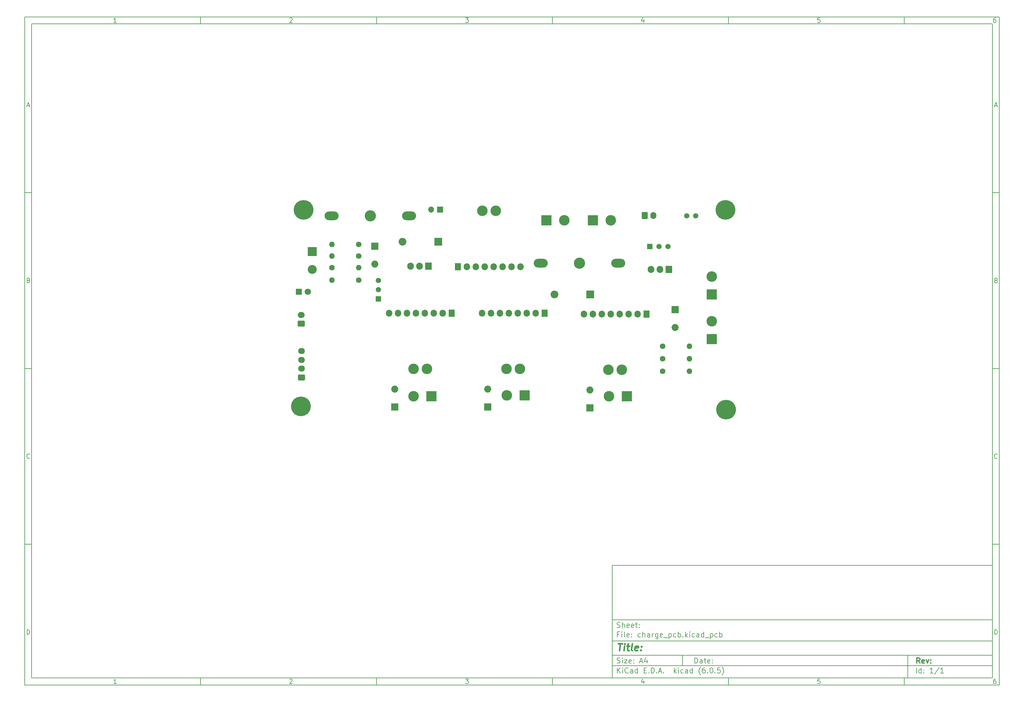
<source format=gbs>
G04 #@! TF.GenerationSoftware,KiCad,Pcbnew,(6.0.5)*
G04 #@! TF.CreationDate,2024-02-08T20:36:08+01:00*
G04 #@! TF.ProjectId,charge_pcb,63686172-6765-45f7-9063-622e6b696361,rev?*
G04 #@! TF.SameCoordinates,Original*
G04 #@! TF.FileFunction,Soldermask,Bot*
G04 #@! TF.FilePolarity,Negative*
%FSLAX46Y46*%
G04 Gerber Fmt 4.6, Leading zero omitted, Abs format (unit mm)*
G04 Created by KiCad (PCBNEW (6.0.5)) date 2024-02-08 20:36:08*
%MOMM*%
%LPD*%
G01*
G04 APERTURE LIST*
G04 Aperture macros list*
%AMRoundRect*
0 Rectangle with rounded corners*
0 $1 Rounding radius*
0 $2 $3 $4 $5 $6 $7 $8 $9 X,Y pos of 4 corners*
0 Add a 4 corners polygon primitive as box body*
4,1,4,$2,$3,$4,$5,$6,$7,$8,$9,$2,$3,0*
0 Add four circle primitives for the rounded corners*
1,1,$1+$1,$2,$3*
1,1,$1+$1,$4,$5*
1,1,$1+$1,$6,$7*
1,1,$1+$1,$8,$9*
0 Add four rect primitives between the rounded corners*
20,1,$1+$1,$2,$3,$4,$5,0*
20,1,$1+$1,$4,$5,$6,$7,0*
20,1,$1+$1,$6,$7,$8,$9,0*
20,1,$1+$1,$8,$9,$2,$3,0*%
G04 Aperture macros list end*
%ADD10C,0.100000*%
%ADD11C,0.150000*%
%ADD12C,0.300000*%
%ADD13C,0.400000*%
%ADD14C,1.501140*%
%ADD15O,4.000500X2.499360*%
%ADD16C,3.200000*%
%ADD17R,2.540000X2.540000*%
%ADD18C,2.540000*%
%ADD19O,2.000000X2.000000*%
%ADD20R,2.000000X2.000000*%
%ADD21R,1.500000X1.500000*%
%ADD22C,1.500000*%
%ADD23C,1.600000*%
%ADD24O,1.600000X1.600000*%
%ADD25C,5.600000*%
%ADD26C,3.600000*%
%ADD27R,3.000000X3.000000*%
%ADD28C,3.000000*%
%ADD29O,1.905000X2.000000*%
%ADD30R,1.905000X2.000000*%
%ADD31RoundRect,0.250000X0.750000X-0.600000X0.750000X0.600000X-0.750000X0.600000X-0.750000X-0.600000X0*%
%ADD32O,2.000000X1.700000*%
%ADD33RoundRect,0.250000X-0.600000X-0.750000X0.600000X-0.750000X0.600000X0.750000X-0.600000X0.750000X0*%
%ADD34O,1.700000X2.000000*%
%ADD35O,3.000000X3.000000*%
%ADD36O,1.800000X2.000000*%
%ADD37R,1.800000X2.000000*%
%ADD38O,1.950000X1.700000*%
%ADD39RoundRect,0.250000X0.725000X-0.600000X0.725000X0.600000X-0.725000X0.600000X-0.725000X-0.600000X0*%
%ADD40O,1.700000X1.700000*%
%ADD41R,1.700000X1.700000*%
%ADD42R,1.800000X1.800000*%
%ADD43C,1.800000*%
%ADD44R,2.200000X2.200000*%
%ADD45O,2.200000X2.200000*%
G04 APERTURE END LIST*
D10*
D11*
X177002200Y-166007200D02*
X177002200Y-198007200D01*
X285002200Y-198007200D01*
X285002200Y-166007200D01*
X177002200Y-166007200D01*
D10*
D11*
X10000000Y-10000000D02*
X10000000Y-200007200D01*
X287002200Y-200007200D01*
X287002200Y-10000000D01*
X10000000Y-10000000D01*
D10*
D11*
X12000000Y-12000000D02*
X12000000Y-198007200D01*
X285002200Y-198007200D01*
X285002200Y-12000000D01*
X12000000Y-12000000D01*
D10*
D11*
X60000000Y-12000000D02*
X60000000Y-10000000D01*
D10*
D11*
X110000000Y-12000000D02*
X110000000Y-10000000D01*
D10*
D11*
X160000000Y-12000000D02*
X160000000Y-10000000D01*
D10*
D11*
X210000000Y-12000000D02*
X210000000Y-10000000D01*
D10*
D11*
X260000000Y-12000000D02*
X260000000Y-10000000D01*
D10*
D11*
X36065476Y-11588095D02*
X35322619Y-11588095D01*
X35694047Y-11588095D02*
X35694047Y-10288095D01*
X35570238Y-10473809D01*
X35446428Y-10597619D01*
X35322619Y-10659523D01*
D10*
D11*
X85322619Y-10411904D02*
X85384523Y-10350000D01*
X85508333Y-10288095D01*
X85817857Y-10288095D01*
X85941666Y-10350000D01*
X86003571Y-10411904D01*
X86065476Y-10535714D01*
X86065476Y-10659523D01*
X86003571Y-10845238D01*
X85260714Y-11588095D01*
X86065476Y-11588095D01*
D10*
D11*
X135260714Y-10288095D02*
X136065476Y-10288095D01*
X135632142Y-10783333D01*
X135817857Y-10783333D01*
X135941666Y-10845238D01*
X136003571Y-10907142D01*
X136065476Y-11030952D01*
X136065476Y-11340476D01*
X136003571Y-11464285D01*
X135941666Y-11526190D01*
X135817857Y-11588095D01*
X135446428Y-11588095D01*
X135322619Y-11526190D01*
X135260714Y-11464285D01*
D10*
D11*
X185941666Y-10721428D02*
X185941666Y-11588095D01*
X185632142Y-10226190D02*
X185322619Y-11154761D01*
X186127380Y-11154761D01*
D10*
D11*
X236003571Y-10288095D02*
X235384523Y-10288095D01*
X235322619Y-10907142D01*
X235384523Y-10845238D01*
X235508333Y-10783333D01*
X235817857Y-10783333D01*
X235941666Y-10845238D01*
X236003571Y-10907142D01*
X236065476Y-11030952D01*
X236065476Y-11340476D01*
X236003571Y-11464285D01*
X235941666Y-11526190D01*
X235817857Y-11588095D01*
X235508333Y-11588095D01*
X235384523Y-11526190D01*
X235322619Y-11464285D01*
D10*
D11*
X285941666Y-10288095D02*
X285694047Y-10288095D01*
X285570238Y-10350000D01*
X285508333Y-10411904D01*
X285384523Y-10597619D01*
X285322619Y-10845238D01*
X285322619Y-11340476D01*
X285384523Y-11464285D01*
X285446428Y-11526190D01*
X285570238Y-11588095D01*
X285817857Y-11588095D01*
X285941666Y-11526190D01*
X286003571Y-11464285D01*
X286065476Y-11340476D01*
X286065476Y-11030952D01*
X286003571Y-10907142D01*
X285941666Y-10845238D01*
X285817857Y-10783333D01*
X285570238Y-10783333D01*
X285446428Y-10845238D01*
X285384523Y-10907142D01*
X285322619Y-11030952D01*
D10*
D11*
X60000000Y-198007200D02*
X60000000Y-200007200D01*
D10*
D11*
X110000000Y-198007200D02*
X110000000Y-200007200D01*
D10*
D11*
X160000000Y-198007200D02*
X160000000Y-200007200D01*
D10*
D11*
X210000000Y-198007200D02*
X210000000Y-200007200D01*
D10*
D11*
X260000000Y-198007200D02*
X260000000Y-200007200D01*
D10*
D11*
X36065476Y-199595295D02*
X35322619Y-199595295D01*
X35694047Y-199595295D02*
X35694047Y-198295295D01*
X35570238Y-198481009D01*
X35446428Y-198604819D01*
X35322619Y-198666723D01*
D10*
D11*
X85322619Y-198419104D02*
X85384523Y-198357200D01*
X85508333Y-198295295D01*
X85817857Y-198295295D01*
X85941666Y-198357200D01*
X86003571Y-198419104D01*
X86065476Y-198542914D01*
X86065476Y-198666723D01*
X86003571Y-198852438D01*
X85260714Y-199595295D01*
X86065476Y-199595295D01*
D10*
D11*
X135260714Y-198295295D02*
X136065476Y-198295295D01*
X135632142Y-198790533D01*
X135817857Y-198790533D01*
X135941666Y-198852438D01*
X136003571Y-198914342D01*
X136065476Y-199038152D01*
X136065476Y-199347676D01*
X136003571Y-199471485D01*
X135941666Y-199533390D01*
X135817857Y-199595295D01*
X135446428Y-199595295D01*
X135322619Y-199533390D01*
X135260714Y-199471485D01*
D10*
D11*
X185941666Y-198728628D02*
X185941666Y-199595295D01*
X185632142Y-198233390D02*
X185322619Y-199161961D01*
X186127380Y-199161961D01*
D10*
D11*
X236003571Y-198295295D02*
X235384523Y-198295295D01*
X235322619Y-198914342D01*
X235384523Y-198852438D01*
X235508333Y-198790533D01*
X235817857Y-198790533D01*
X235941666Y-198852438D01*
X236003571Y-198914342D01*
X236065476Y-199038152D01*
X236065476Y-199347676D01*
X236003571Y-199471485D01*
X235941666Y-199533390D01*
X235817857Y-199595295D01*
X235508333Y-199595295D01*
X235384523Y-199533390D01*
X235322619Y-199471485D01*
D10*
D11*
X285941666Y-198295295D02*
X285694047Y-198295295D01*
X285570238Y-198357200D01*
X285508333Y-198419104D01*
X285384523Y-198604819D01*
X285322619Y-198852438D01*
X285322619Y-199347676D01*
X285384523Y-199471485D01*
X285446428Y-199533390D01*
X285570238Y-199595295D01*
X285817857Y-199595295D01*
X285941666Y-199533390D01*
X286003571Y-199471485D01*
X286065476Y-199347676D01*
X286065476Y-199038152D01*
X286003571Y-198914342D01*
X285941666Y-198852438D01*
X285817857Y-198790533D01*
X285570238Y-198790533D01*
X285446428Y-198852438D01*
X285384523Y-198914342D01*
X285322619Y-199038152D01*
D10*
D11*
X10000000Y-60000000D02*
X12000000Y-60000000D01*
D10*
D11*
X10000000Y-110000000D02*
X12000000Y-110000000D01*
D10*
D11*
X10000000Y-160000000D02*
X12000000Y-160000000D01*
D10*
D11*
X10690476Y-35216666D02*
X11309523Y-35216666D01*
X10566666Y-35588095D02*
X11000000Y-34288095D01*
X11433333Y-35588095D01*
D10*
D11*
X11092857Y-84907142D02*
X11278571Y-84969047D01*
X11340476Y-85030952D01*
X11402380Y-85154761D01*
X11402380Y-85340476D01*
X11340476Y-85464285D01*
X11278571Y-85526190D01*
X11154761Y-85588095D01*
X10659523Y-85588095D01*
X10659523Y-84288095D01*
X11092857Y-84288095D01*
X11216666Y-84350000D01*
X11278571Y-84411904D01*
X11340476Y-84535714D01*
X11340476Y-84659523D01*
X11278571Y-84783333D01*
X11216666Y-84845238D01*
X11092857Y-84907142D01*
X10659523Y-84907142D01*
D10*
D11*
X11402380Y-135464285D02*
X11340476Y-135526190D01*
X11154761Y-135588095D01*
X11030952Y-135588095D01*
X10845238Y-135526190D01*
X10721428Y-135402380D01*
X10659523Y-135278571D01*
X10597619Y-135030952D01*
X10597619Y-134845238D01*
X10659523Y-134597619D01*
X10721428Y-134473809D01*
X10845238Y-134350000D01*
X11030952Y-134288095D01*
X11154761Y-134288095D01*
X11340476Y-134350000D01*
X11402380Y-134411904D01*
D10*
D11*
X10659523Y-185588095D02*
X10659523Y-184288095D01*
X10969047Y-184288095D01*
X11154761Y-184350000D01*
X11278571Y-184473809D01*
X11340476Y-184597619D01*
X11402380Y-184845238D01*
X11402380Y-185030952D01*
X11340476Y-185278571D01*
X11278571Y-185402380D01*
X11154761Y-185526190D01*
X10969047Y-185588095D01*
X10659523Y-185588095D01*
D10*
D11*
X287002200Y-60000000D02*
X285002200Y-60000000D01*
D10*
D11*
X287002200Y-110000000D02*
X285002200Y-110000000D01*
D10*
D11*
X287002200Y-160000000D02*
X285002200Y-160000000D01*
D10*
D11*
X285692676Y-35216666D02*
X286311723Y-35216666D01*
X285568866Y-35588095D02*
X286002200Y-34288095D01*
X286435533Y-35588095D01*
D10*
D11*
X286095057Y-84907142D02*
X286280771Y-84969047D01*
X286342676Y-85030952D01*
X286404580Y-85154761D01*
X286404580Y-85340476D01*
X286342676Y-85464285D01*
X286280771Y-85526190D01*
X286156961Y-85588095D01*
X285661723Y-85588095D01*
X285661723Y-84288095D01*
X286095057Y-84288095D01*
X286218866Y-84350000D01*
X286280771Y-84411904D01*
X286342676Y-84535714D01*
X286342676Y-84659523D01*
X286280771Y-84783333D01*
X286218866Y-84845238D01*
X286095057Y-84907142D01*
X285661723Y-84907142D01*
D10*
D11*
X286404580Y-135464285D02*
X286342676Y-135526190D01*
X286156961Y-135588095D01*
X286033152Y-135588095D01*
X285847438Y-135526190D01*
X285723628Y-135402380D01*
X285661723Y-135278571D01*
X285599819Y-135030952D01*
X285599819Y-134845238D01*
X285661723Y-134597619D01*
X285723628Y-134473809D01*
X285847438Y-134350000D01*
X286033152Y-134288095D01*
X286156961Y-134288095D01*
X286342676Y-134350000D01*
X286404580Y-134411904D01*
D10*
D11*
X285661723Y-185588095D02*
X285661723Y-184288095D01*
X285971247Y-184288095D01*
X286156961Y-184350000D01*
X286280771Y-184473809D01*
X286342676Y-184597619D01*
X286404580Y-184845238D01*
X286404580Y-185030952D01*
X286342676Y-185278571D01*
X286280771Y-185402380D01*
X286156961Y-185526190D01*
X285971247Y-185588095D01*
X285661723Y-185588095D01*
D10*
D11*
X200434342Y-193785771D02*
X200434342Y-192285771D01*
X200791485Y-192285771D01*
X201005771Y-192357200D01*
X201148628Y-192500057D01*
X201220057Y-192642914D01*
X201291485Y-192928628D01*
X201291485Y-193142914D01*
X201220057Y-193428628D01*
X201148628Y-193571485D01*
X201005771Y-193714342D01*
X200791485Y-193785771D01*
X200434342Y-193785771D01*
X202577200Y-193785771D02*
X202577200Y-193000057D01*
X202505771Y-192857200D01*
X202362914Y-192785771D01*
X202077200Y-192785771D01*
X201934342Y-192857200D01*
X202577200Y-193714342D02*
X202434342Y-193785771D01*
X202077200Y-193785771D01*
X201934342Y-193714342D01*
X201862914Y-193571485D01*
X201862914Y-193428628D01*
X201934342Y-193285771D01*
X202077200Y-193214342D01*
X202434342Y-193214342D01*
X202577200Y-193142914D01*
X203077200Y-192785771D02*
X203648628Y-192785771D01*
X203291485Y-192285771D02*
X203291485Y-193571485D01*
X203362914Y-193714342D01*
X203505771Y-193785771D01*
X203648628Y-193785771D01*
X204720057Y-193714342D02*
X204577200Y-193785771D01*
X204291485Y-193785771D01*
X204148628Y-193714342D01*
X204077200Y-193571485D01*
X204077200Y-193000057D01*
X204148628Y-192857200D01*
X204291485Y-192785771D01*
X204577200Y-192785771D01*
X204720057Y-192857200D01*
X204791485Y-193000057D01*
X204791485Y-193142914D01*
X204077200Y-193285771D01*
X205434342Y-193642914D02*
X205505771Y-193714342D01*
X205434342Y-193785771D01*
X205362914Y-193714342D01*
X205434342Y-193642914D01*
X205434342Y-193785771D01*
X205434342Y-192857200D02*
X205505771Y-192928628D01*
X205434342Y-193000057D01*
X205362914Y-192928628D01*
X205434342Y-192857200D01*
X205434342Y-193000057D01*
D10*
D11*
X177002200Y-194507200D02*
X285002200Y-194507200D01*
D10*
D11*
X178434342Y-196585771D02*
X178434342Y-195085771D01*
X179291485Y-196585771D02*
X178648628Y-195728628D01*
X179291485Y-195085771D02*
X178434342Y-195942914D01*
X179934342Y-196585771D02*
X179934342Y-195585771D01*
X179934342Y-195085771D02*
X179862914Y-195157200D01*
X179934342Y-195228628D01*
X180005771Y-195157200D01*
X179934342Y-195085771D01*
X179934342Y-195228628D01*
X181505771Y-196442914D02*
X181434342Y-196514342D01*
X181220057Y-196585771D01*
X181077200Y-196585771D01*
X180862914Y-196514342D01*
X180720057Y-196371485D01*
X180648628Y-196228628D01*
X180577200Y-195942914D01*
X180577200Y-195728628D01*
X180648628Y-195442914D01*
X180720057Y-195300057D01*
X180862914Y-195157200D01*
X181077200Y-195085771D01*
X181220057Y-195085771D01*
X181434342Y-195157200D01*
X181505771Y-195228628D01*
X182791485Y-196585771D02*
X182791485Y-195800057D01*
X182720057Y-195657200D01*
X182577200Y-195585771D01*
X182291485Y-195585771D01*
X182148628Y-195657200D01*
X182791485Y-196514342D02*
X182648628Y-196585771D01*
X182291485Y-196585771D01*
X182148628Y-196514342D01*
X182077200Y-196371485D01*
X182077200Y-196228628D01*
X182148628Y-196085771D01*
X182291485Y-196014342D01*
X182648628Y-196014342D01*
X182791485Y-195942914D01*
X184148628Y-196585771D02*
X184148628Y-195085771D01*
X184148628Y-196514342D02*
X184005771Y-196585771D01*
X183720057Y-196585771D01*
X183577200Y-196514342D01*
X183505771Y-196442914D01*
X183434342Y-196300057D01*
X183434342Y-195871485D01*
X183505771Y-195728628D01*
X183577200Y-195657200D01*
X183720057Y-195585771D01*
X184005771Y-195585771D01*
X184148628Y-195657200D01*
X186005771Y-195800057D02*
X186505771Y-195800057D01*
X186720057Y-196585771D02*
X186005771Y-196585771D01*
X186005771Y-195085771D01*
X186720057Y-195085771D01*
X187362914Y-196442914D02*
X187434342Y-196514342D01*
X187362914Y-196585771D01*
X187291485Y-196514342D01*
X187362914Y-196442914D01*
X187362914Y-196585771D01*
X188077200Y-196585771D02*
X188077200Y-195085771D01*
X188434342Y-195085771D01*
X188648628Y-195157200D01*
X188791485Y-195300057D01*
X188862914Y-195442914D01*
X188934342Y-195728628D01*
X188934342Y-195942914D01*
X188862914Y-196228628D01*
X188791485Y-196371485D01*
X188648628Y-196514342D01*
X188434342Y-196585771D01*
X188077200Y-196585771D01*
X189577200Y-196442914D02*
X189648628Y-196514342D01*
X189577200Y-196585771D01*
X189505771Y-196514342D01*
X189577200Y-196442914D01*
X189577200Y-196585771D01*
X190220057Y-196157200D02*
X190934342Y-196157200D01*
X190077200Y-196585771D02*
X190577200Y-195085771D01*
X191077200Y-196585771D01*
X191577200Y-196442914D02*
X191648628Y-196514342D01*
X191577200Y-196585771D01*
X191505771Y-196514342D01*
X191577200Y-196442914D01*
X191577200Y-196585771D01*
X194577200Y-196585771D02*
X194577200Y-195085771D01*
X194720057Y-196014342D02*
X195148628Y-196585771D01*
X195148628Y-195585771D02*
X194577200Y-196157200D01*
X195791485Y-196585771D02*
X195791485Y-195585771D01*
X195791485Y-195085771D02*
X195720057Y-195157200D01*
X195791485Y-195228628D01*
X195862914Y-195157200D01*
X195791485Y-195085771D01*
X195791485Y-195228628D01*
X197148628Y-196514342D02*
X197005771Y-196585771D01*
X196720057Y-196585771D01*
X196577200Y-196514342D01*
X196505771Y-196442914D01*
X196434342Y-196300057D01*
X196434342Y-195871485D01*
X196505771Y-195728628D01*
X196577200Y-195657200D01*
X196720057Y-195585771D01*
X197005771Y-195585771D01*
X197148628Y-195657200D01*
X198434342Y-196585771D02*
X198434342Y-195800057D01*
X198362914Y-195657200D01*
X198220057Y-195585771D01*
X197934342Y-195585771D01*
X197791485Y-195657200D01*
X198434342Y-196514342D02*
X198291485Y-196585771D01*
X197934342Y-196585771D01*
X197791485Y-196514342D01*
X197720057Y-196371485D01*
X197720057Y-196228628D01*
X197791485Y-196085771D01*
X197934342Y-196014342D01*
X198291485Y-196014342D01*
X198434342Y-195942914D01*
X199791485Y-196585771D02*
X199791485Y-195085771D01*
X199791485Y-196514342D02*
X199648628Y-196585771D01*
X199362914Y-196585771D01*
X199220057Y-196514342D01*
X199148628Y-196442914D01*
X199077200Y-196300057D01*
X199077200Y-195871485D01*
X199148628Y-195728628D01*
X199220057Y-195657200D01*
X199362914Y-195585771D01*
X199648628Y-195585771D01*
X199791485Y-195657200D01*
X202077200Y-197157200D02*
X202005771Y-197085771D01*
X201862914Y-196871485D01*
X201791485Y-196728628D01*
X201720057Y-196514342D01*
X201648628Y-196157200D01*
X201648628Y-195871485D01*
X201720057Y-195514342D01*
X201791485Y-195300057D01*
X201862914Y-195157200D01*
X202005771Y-194942914D01*
X202077200Y-194871485D01*
X203291485Y-195085771D02*
X203005771Y-195085771D01*
X202862914Y-195157200D01*
X202791485Y-195228628D01*
X202648628Y-195442914D01*
X202577200Y-195728628D01*
X202577200Y-196300057D01*
X202648628Y-196442914D01*
X202720057Y-196514342D01*
X202862914Y-196585771D01*
X203148628Y-196585771D01*
X203291485Y-196514342D01*
X203362914Y-196442914D01*
X203434342Y-196300057D01*
X203434342Y-195942914D01*
X203362914Y-195800057D01*
X203291485Y-195728628D01*
X203148628Y-195657200D01*
X202862914Y-195657200D01*
X202720057Y-195728628D01*
X202648628Y-195800057D01*
X202577200Y-195942914D01*
X204077200Y-196442914D02*
X204148628Y-196514342D01*
X204077200Y-196585771D01*
X204005771Y-196514342D01*
X204077200Y-196442914D01*
X204077200Y-196585771D01*
X205077200Y-195085771D02*
X205220057Y-195085771D01*
X205362914Y-195157200D01*
X205434342Y-195228628D01*
X205505771Y-195371485D01*
X205577200Y-195657200D01*
X205577200Y-196014342D01*
X205505771Y-196300057D01*
X205434342Y-196442914D01*
X205362914Y-196514342D01*
X205220057Y-196585771D01*
X205077200Y-196585771D01*
X204934342Y-196514342D01*
X204862914Y-196442914D01*
X204791485Y-196300057D01*
X204720057Y-196014342D01*
X204720057Y-195657200D01*
X204791485Y-195371485D01*
X204862914Y-195228628D01*
X204934342Y-195157200D01*
X205077200Y-195085771D01*
X206220057Y-196442914D02*
X206291485Y-196514342D01*
X206220057Y-196585771D01*
X206148628Y-196514342D01*
X206220057Y-196442914D01*
X206220057Y-196585771D01*
X207648628Y-195085771D02*
X206934342Y-195085771D01*
X206862914Y-195800057D01*
X206934342Y-195728628D01*
X207077200Y-195657200D01*
X207434342Y-195657200D01*
X207577200Y-195728628D01*
X207648628Y-195800057D01*
X207720057Y-195942914D01*
X207720057Y-196300057D01*
X207648628Y-196442914D01*
X207577200Y-196514342D01*
X207434342Y-196585771D01*
X207077200Y-196585771D01*
X206934342Y-196514342D01*
X206862914Y-196442914D01*
X208220057Y-197157200D02*
X208291485Y-197085771D01*
X208434342Y-196871485D01*
X208505771Y-196728628D01*
X208577200Y-196514342D01*
X208648628Y-196157200D01*
X208648628Y-195871485D01*
X208577200Y-195514342D01*
X208505771Y-195300057D01*
X208434342Y-195157200D01*
X208291485Y-194942914D01*
X208220057Y-194871485D01*
D10*
D11*
X177002200Y-191507200D02*
X285002200Y-191507200D01*
D10*
D12*
X264411485Y-193785771D02*
X263911485Y-193071485D01*
X263554342Y-193785771D02*
X263554342Y-192285771D01*
X264125771Y-192285771D01*
X264268628Y-192357200D01*
X264340057Y-192428628D01*
X264411485Y-192571485D01*
X264411485Y-192785771D01*
X264340057Y-192928628D01*
X264268628Y-193000057D01*
X264125771Y-193071485D01*
X263554342Y-193071485D01*
X265625771Y-193714342D02*
X265482914Y-193785771D01*
X265197200Y-193785771D01*
X265054342Y-193714342D01*
X264982914Y-193571485D01*
X264982914Y-193000057D01*
X265054342Y-192857200D01*
X265197200Y-192785771D01*
X265482914Y-192785771D01*
X265625771Y-192857200D01*
X265697200Y-193000057D01*
X265697200Y-193142914D01*
X264982914Y-193285771D01*
X266197200Y-192785771D02*
X266554342Y-193785771D01*
X266911485Y-192785771D01*
X267482914Y-193642914D02*
X267554342Y-193714342D01*
X267482914Y-193785771D01*
X267411485Y-193714342D01*
X267482914Y-193642914D01*
X267482914Y-193785771D01*
X267482914Y-192857200D02*
X267554342Y-192928628D01*
X267482914Y-193000057D01*
X267411485Y-192928628D01*
X267482914Y-192857200D01*
X267482914Y-193000057D01*
D10*
D11*
X178362914Y-193714342D02*
X178577200Y-193785771D01*
X178934342Y-193785771D01*
X179077200Y-193714342D01*
X179148628Y-193642914D01*
X179220057Y-193500057D01*
X179220057Y-193357200D01*
X179148628Y-193214342D01*
X179077200Y-193142914D01*
X178934342Y-193071485D01*
X178648628Y-193000057D01*
X178505771Y-192928628D01*
X178434342Y-192857200D01*
X178362914Y-192714342D01*
X178362914Y-192571485D01*
X178434342Y-192428628D01*
X178505771Y-192357200D01*
X178648628Y-192285771D01*
X179005771Y-192285771D01*
X179220057Y-192357200D01*
X179862914Y-193785771D02*
X179862914Y-192785771D01*
X179862914Y-192285771D02*
X179791485Y-192357200D01*
X179862914Y-192428628D01*
X179934342Y-192357200D01*
X179862914Y-192285771D01*
X179862914Y-192428628D01*
X180434342Y-192785771D02*
X181220057Y-192785771D01*
X180434342Y-193785771D01*
X181220057Y-193785771D01*
X182362914Y-193714342D02*
X182220057Y-193785771D01*
X181934342Y-193785771D01*
X181791485Y-193714342D01*
X181720057Y-193571485D01*
X181720057Y-193000057D01*
X181791485Y-192857200D01*
X181934342Y-192785771D01*
X182220057Y-192785771D01*
X182362914Y-192857200D01*
X182434342Y-193000057D01*
X182434342Y-193142914D01*
X181720057Y-193285771D01*
X183077200Y-193642914D02*
X183148628Y-193714342D01*
X183077200Y-193785771D01*
X183005771Y-193714342D01*
X183077200Y-193642914D01*
X183077200Y-193785771D01*
X183077200Y-192857200D02*
X183148628Y-192928628D01*
X183077200Y-193000057D01*
X183005771Y-192928628D01*
X183077200Y-192857200D01*
X183077200Y-193000057D01*
X184862914Y-193357200D02*
X185577200Y-193357200D01*
X184720057Y-193785771D02*
X185220057Y-192285771D01*
X185720057Y-193785771D01*
X186862914Y-192785771D02*
X186862914Y-193785771D01*
X186505771Y-192214342D02*
X186148628Y-193285771D01*
X187077200Y-193285771D01*
D10*
D11*
X263434342Y-196585771D02*
X263434342Y-195085771D01*
X264791485Y-196585771D02*
X264791485Y-195085771D01*
X264791485Y-196514342D02*
X264648628Y-196585771D01*
X264362914Y-196585771D01*
X264220057Y-196514342D01*
X264148628Y-196442914D01*
X264077200Y-196300057D01*
X264077200Y-195871485D01*
X264148628Y-195728628D01*
X264220057Y-195657200D01*
X264362914Y-195585771D01*
X264648628Y-195585771D01*
X264791485Y-195657200D01*
X265505771Y-196442914D02*
X265577200Y-196514342D01*
X265505771Y-196585771D01*
X265434342Y-196514342D01*
X265505771Y-196442914D01*
X265505771Y-196585771D01*
X265505771Y-195657200D02*
X265577200Y-195728628D01*
X265505771Y-195800057D01*
X265434342Y-195728628D01*
X265505771Y-195657200D01*
X265505771Y-195800057D01*
X268148628Y-196585771D02*
X267291485Y-196585771D01*
X267720057Y-196585771D02*
X267720057Y-195085771D01*
X267577200Y-195300057D01*
X267434342Y-195442914D01*
X267291485Y-195514342D01*
X269862914Y-195014342D02*
X268577200Y-196942914D01*
X271148628Y-196585771D02*
X270291485Y-196585771D01*
X270720057Y-196585771D02*
X270720057Y-195085771D01*
X270577200Y-195300057D01*
X270434342Y-195442914D01*
X270291485Y-195514342D01*
D10*
D11*
X177002200Y-187507200D02*
X285002200Y-187507200D01*
D10*
D13*
X178714580Y-188211961D02*
X179857438Y-188211961D01*
X179036009Y-190211961D02*
X179286009Y-188211961D01*
X180274104Y-190211961D02*
X180440771Y-188878628D01*
X180524104Y-188211961D02*
X180416961Y-188307200D01*
X180500295Y-188402438D01*
X180607438Y-188307200D01*
X180524104Y-188211961D01*
X180500295Y-188402438D01*
X181107438Y-188878628D02*
X181869342Y-188878628D01*
X181476485Y-188211961D02*
X181262200Y-189926247D01*
X181333628Y-190116723D01*
X181512200Y-190211961D01*
X181702676Y-190211961D01*
X182655057Y-190211961D02*
X182476485Y-190116723D01*
X182405057Y-189926247D01*
X182619342Y-188211961D01*
X184190771Y-190116723D02*
X183988390Y-190211961D01*
X183607438Y-190211961D01*
X183428866Y-190116723D01*
X183357438Y-189926247D01*
X183452676Y-189164342D01*
X183571723Y-188973866D01*
X183774104Y-188878628D01*
X184155057Y-188878628D01*
X184333628Y-188973866D01*
X184405057Y-189164342D01*
X184381247Y-189354819D01*
X183405057Y-189545295D01*
X185155057Y-190021485D02*
X185238390Y-190116723D01*
X185131247Y-190211961D01*
X185047914Y-190116723D01*
X185155057Y-190021485D01*
X185131247Y-190211961D01*
X185286009Y-188973866D02*
X185369342Y-189069104D01*
X185262200Y-189164342D01*
X185178866Y-189069104D01*
X185286009Y-188973866D01*
X185262200Y-189164342D01*
D10*
D11*
X178934342Y-185600057D02*
X178434342Y-185600057D01*
X178434342Y-186385771D02*
X178434342Y-184885771D01*
X179148628Y-184885771D01*
X179720057Y-186385771D02*
X179720057Y-185385771D01*
X179720057Y-184885771D02*
X179648628Y-184957200D01*
X179720057Y-185028628D01*
X179791485Y-184957200D01*
X179720057Y-184885771D01*
X179720057Y-185028628D01*
X180648628Y-186385771D02*
X180505771Y-186314342D01*
X180434342Y-186171485D01*
X180434342Y-184885771D01*
X181791485Y-186314342D02*
X181648628Y-186385771D01*
X181362914Y-186385771D01*
X181220057Y-186314342D01*
X181148628Y-186171485D01*
X181148628Y-185600057D01*
X181220057Y-185457200D01*
X181362914Y-185385771D01*
X181648628Y-185385771D01*
X181791485Y-185457200D01*
X181862914Y-185600057D01*
X181862914Y-185742914D01*
X181148628Y-185885771D01*
X182505771Y-186242914D02*
X182577200Y-186314342D01*
X182505771Y-186385771D01*
X182434342Y-186314342D01*
X182505771Y-186242914D01*
X182505771Y-186385771D01*
X182505771Y-185457200D02*
X182577200Y-185528628D01*
X182505771Y-185600057D01*
X182434342Y-185528628D01*
X182505771Y-185457200D01*
X182505771Y-185600057D01*
X185005771Y-186314342D02*
X184862914Y-186385771D01*
X184577200Y-186385771D01*
X184434342Y-186314342D01*
X184362914Y-186242914D01*
X184291485Y-186100057D01*
X184291485Y-185671485D01*
X184362914Y-185528628D01*
X184434342Y-185457200D01*
X184577200Y-185385771D01*
X184862914Y-185385771D01*
X185005771Y-185457200D01*
X185648628Y-186385771D02*
X185648628Y-184885771D01*
X186291485Y-186385771D02*
X186291485Y-185600057D01*
X186220057Y-185457200D01*
X186077200Y-185385771D01*
X185862914Y-185385771D01*
X185720057Y-185457200D01*
X185648628Y-185528628D01*
X187648628Y-186385771D02*
X187648628Y-185600057D01*
X187577200Y-185457200D01*
X187434342Y-185385771D01*
X187148628Y-185385771D01*
X187005771Y-185457200D01*
X187648628Y-186314342D02*
X187505771Y-186385771D01*
X187148628Y-186385771D01*
X187005771Y-186314342D01*
X186934342Y-186171485D01*
X186934342Y-186028628D01*
X187005771Y-185885771D01*
X187148628Y-185814342D01*
X187505771Y-185814342D01*
X187648628Y-185742914D01*
X188362914Y-186385771D02*
X188362914Y-185385771D01*
X188362914Y-185671485D02*
X188434342Y-185528628D01*
X188505771Y-185457200D01*
X188648628Y-185385771D01*
X188791485Y-185385771D01*
X189934342Y-185385771D02*
X189934342Y-186600057D01*
X189862914Y-186742914D01*
X189791485Y-186814342D01*
X189648628Y-186885771D01*
X189434342Y-186885771D01*
X189291485Y-186814342D01*
X189934342Y-186314342D02*
X189791485Y-186385771D01*
X189505771Y-186385771D01*
X189362914Y-186314342D01*
X189291485Y-186242914D01*
X189220057Y-186100057D01*
X189220057Y-185671485D01*
X189291485Y-185528628D01*
X189362914Y-185457200D01*
X189505771Y-185385771D01*
X189791485Y-185385771D01*
X189934342Y-185457200D01*
X191220057Y-186314342D02*
X191077200Y-186385771D01*
X190791485Y-186385771D01*
X190648628Y-186314342D01*
X190577200Y-186171485D01*
X190577200Y-185600057D01*
X190648628Y-185457200D01*
X190791485Y-185385771D01*
X191077200Y-185385771D01*
X191220057Y-185457200D01*
X191291485Y-185600057D01*
X191291485Y-185742914D01*
X190577200Y-185885771D01*
X191577200Y-186528628D02*
X192720057Y-186528628D01*
X193077200Y-185385771D02*
X193077200Y-186885771D01*
X193077200Y-185457200D02*
X193220057Y-185385771D01*
X193505771Y-185385771D01*
X193648628Y-185457200D01*
X193720057Y-185528628D01*
X193791485Y-185671485D01*
X193791485Y-186100057D01*
X193720057Y-186242914D01*
X193648628Y-186314342D01*
X193505771Y-186385771D01*
X193220057Y-186385771D01*
X193077200Y-186314342D01*
X195077200Y-186314342D02*
X194934342Y-186385771D01*
X194648628Y-186385771D01*
X194505771Y-186314342D01*
X194434342Y-186242914D01*
X194362914Y-186100057D01*
X194362914Y-185671485D01*
X194434342Y-185528628D01*
X194505771Y-185457200D01*
X194648628Y-185385771D01*
X194934342Y-185385771D01*
X195077200Y-185457200D01*
X195720057Y-186385771D02*
X195720057Y-184885771D01*
X195720057Y-185457200D02*
X195862914Y-185385771D01*
X196148628Y-185385771D01*
X196291485Y-185457200D01*
X196362914Y-185528628D01*
X196434342Y-185671485D01*
X196434342Y-186100057D01*
X196362914Y-186242914D01*
X196291485Y-186314342D01*
X196148628Y-186385771D01*
X195862914Y-186385771D01*
X195720057Y-186314342D01*
X197077200Y-186242914D02*
X197148628Y-186314342D01*
X197077200Y-186385771D01*
X197005771Y-186314342D01*
X197077200Y-186242914D01*
X197077200Y-186385771D01*
X197791485Y-186385771D02*
X197791485Y-184885771D01*
X197934342Y-185814342D02*
X198362914Y-186385771D01*
X198362914Y-185385771D02*
X197791485Y-185957200D01*
X199005771Y-186385771D02*
X199005771Y-185385771D01*
X199005771Y-184885771D02*
X198934342Y-184957200D01*
X199005771Y-185028628D01*
X199077200Y-184957200D01*
X199005771Y-184885771D01*
X199005771Y-185028628D01*
X200362914Y-186314342D02*
X200220057Y-186385771D01*
X199934342Y-186385771D01*
X199791485Y-186314342D01*
X199720057Y-186242914D01*
X199648628Y-186100057D01*
X199648628Y-185671485D01*
X199720057Y-185528628D01*
X199791485Y-185457200D01*
X199934342Y-185385771D01*
X200220057Y-185385771D01*
X200362914Y-185457200D01*
X201648628Y-186385771D02*
X201648628Y-185600057D01*
X201577200Y-185457200D01*
X201434342Y-185385771D01*
X201148628Y-185385771D01*
X201005771Y-185457200D01*
X201648628Y-186314342D02*
X201505771Y-186385771D01*
X201148628Y-186385771D01*
X201005771Y-186314342D01*
X200934342Y-186171485D01*
X200934342Y-186028628D01*
X201005771Y-185885771D01*
X201148628Y-185814342D01*
X201505771Y-185814342D01*
X201648628Y-185742914D01*
X203005771Y-186385771D02*
X203005771Y-184885771D01*
X203005771Y-186314342D02*
X202862914Y-186385771D01*
X202577200Y-186385771D01*
X202434342Y-186314342D01*
X202362914Y-186242914D01*
X202291485Y-186100057D01*
X202291485Y-185671485D01*
X202362914Y-185528628D01*
X202434342Y-185457200D01*
X202577200Y-185385771D01*
X202862914Y-185385771D01*
X203005771Y-185457200D01*
X203362914Y-186528628D02*
X204505771Y-186528628D01*
X204862914Y-185385771D02*
X204862914Y-186885771D01*
X204862914Y-185457200D02*
X205005771Y-185385771D01*
X205291485Y-185385771D01*
X205434342Y-185457200D01*
X205505771Y-185528628D01*
X205577200Y-185671485D01*
X205577200Y-186100057D01*
X205505771Y-186242914D01*
X205434342Y-186314342D01*
X205291485Y-186385771D01*
X205005771Y-186385771D01*
X204862914Y-186314342D01*
X206862914Y-186314342D02*
X206720057Y-186385771D01*
X206434342Y-186385771D01*
X206291485Y-186314342D01*
X206220057Y-186242914D01*
X206148628Y-186100057D01*
X206148628Y-185671485D01*
X206220057Y-185528628D01*
X206291485Y-185457200D01*
X206434342Y-185385771D01*
X206720057Y-185385771D01*
X206862914Y-185457200D01*
X207505771Y-186385771D02*
X207505771Y-184885771D01*
X207505771Y-185457200D02*
X207648628Y-185385771D01*
X207934342Y-185385771D01*
X208077200Y-185457200D01*
X208148628Y-185528628D01*
X208220057Y-185671485D01*
X208220057Y-186100057D01*
X208148628Y-186242914D01*
X208077200Y-186314342D01*
X207934342Y-186385771D01*
X207648628Y-186385771D01*
X207505771Y-186314342D01*
D10*
D11*
X177002200Y-181507200D02*
X285002200Y-181507200D01*
D10*
D11*
X178362914Y-183614342D02*
X178577200Y-183685771D01*
X178934342Y-183685771D01*
X179077200Y-183614342D01*
X179148628Y-183542914D01*
X179220057Y-183400057D01*
X179220057Y-183257200D01*
X179148628Y-183114342D01*
X179077200Y-183042914D01*
X178934342Y-182971485D01*
X178648628Y-182900057D01*
X178505771Y-182828628D01*
X178434342Y-182757200D01*
X178362914Y-182614342D01*
X178362914Y-182471485D01*
X178434342Y-182328628D01*
X178505771Y-182257200D01*
X178648628Y-182185771D01*
X179005771Y-182185771D01*
X179220057Y-182257200D01*
X179862914Y-183685771D02*
X179862914Y-182185771D01*
X180505771Y-183685771D02*
X180505771Y-182900057D01*
X180434342Y-182757200D01*
X180291485Y-182685771D01*
X180077200Y-182685771D01*
X179934342Y-182757200D01*
X179862914Y-182828628D01*
X181791485Y-183614342D02*
X181648628Y-183685771D01*
X181362914Y-183685771D01*
X181220057Y-183614342D01*
X181148628Y-183471485D01*
X181148628Y-182900057D01*
X181220057Y-182757200D01*
X181362914Y-182685771D01*
X181648628Y-182685771D01*
X181791485Y-182757200D01*
X181862914Y-182900057D01*
X181862914Y-183042914D01*
X181148628Y-183185771D01*
X183077200Y-183614342D02*
X182934342Y-183685771D01*
X182648628Y-183685771D01*
X182505771Y-183614342D01*
X182434342Y-183471485D01*
X182434342Y-182900057D01*
X182505771Y-182757200D01*
X182648628Y-182685771D01*
X182934342Y-182685771D01*
X183077200Y-182757200D01*
X183148628Y-182900057D01*
X183148628Y-183042914D01*
X182434342Y-183185771D01*
X183577200Y-182685771D02*
X184148628Y-182685771D01*
X183791485Y-182185771D02*
X183791485Y-183471485D01*
X183862914Y-183614342D01*
X184005771Y-183685771D01*
X184148628Y-183685771D01*
X184648628Y-183542914D02*
X184720057Y-183614342D01*
X184648628Y-183685771D01*
X184577200Y-183614342D01*
X184648628Y-183542914D01*
X184648628Y-183685771D01*
X184648628Y-182757200D02*
X184720057Y-182828628D01*
X184648628Y-182900057D01*
X184577200Y-182828628D01*
X184648628Y-182757200D01*
X184648628Y-182900057D01*
D10*
D12*
D10*
D11*
D10*
D11*
D10*
D11*
D10*
D11*
D10*
D11*
X197002200Y-191507200D02*
X197002200Y-194507200D01*
D10*
D11*
X261002200Y-191507200D02*
X261002200Y-198007200D01*
D14*
X198120000Y-66548000D03*
X200660000Y-66548000D03*
D15*
X156639260Y-80010000D03*
X178640740Y-80010000D03*
D16*
X167640000Y-80010000D03*
D15*
X97203260Y-66548000D03*
X119204740Y-66548000D03*
D16*
X108204000Y-66548000D03*
D17*
X91694000Y-76708000D03*
D18*
X91694000Y-81788000D03*
D19*
X109545000Y-80264000D03*
D20*
X109545000Y-75184000D03*
D21*
X110490000Y-90170000D03*
D22*
X110490000Y-87570000D03*
X110490000Y-84970000D03*
X192846000Y-75305000D03*
X190246000Y-75305000D03*
D21*
X187646000Y-75305000D03*
D23*
X104902000Y-84836000D03*
D24*
X97282000Y-84836000D03*
X97282000Y-74676000D03*
D23*
X104902000Y-74676000D03*
X191262000Y-110744000D03*
D24*
X198882000Y-110744000D03*
D23*
X191262000Y-107188000D03*
D24*
X198882000Y-107188000D03*
D25*
X89289000Y-64897000D03*
D26*
X89289000Y-64897000D03*
D25*
X209169000Y-64897000D03*
D26*
X209169000Y-64897000D03*
X209296000Y-121666000D03*
D25*
X209296000Y-121666000D03*
D26*
X88550000Y-120780000D03*
D25*
X88550000Y-120780000D03*
D27*
X152116000Y-117644000D03*
D28*
X147036000Y-117644000D03*
D29*
X187960000Y-81788000D03*
X190500000Y-81788000D03*
D30*
X193040000Y-81788000D03*
D29*
X119634000Y-80843000D03*
X122174000Y-80843000D03*
D30*
X124714000Y-80843000D03*
D27*
X158242000Y-67818000D03*
D28*
X163322000Y-67818000D03*
D31*
X88629000Y-97262000D03*
D32*
X88629000Y-94762000D03*
D27*
X171450000Y-67818000D03*
D28*
X176530000Y-67818000D03*
D27*
X125626000Y-117898000D03*
D28*
X120546000Y-117898000D03*
D33*
X186202000Y-66531000D03*
D34*
X188702000Y-66531000D03*
D27*
X181102000Y-117856000D03*
D28*
X176022000Y-117856000D03*
D27*
X205232000Y-88900000D03*
D28*
X205232000Y-83820000D03*
D27*
X205232000Y-101600000D03*
D28*
X205232000Y-96520000D03*
D35*
X143891000Y-65151000D03*
X140081000Y-65151000D03*
D36*
X150876000Y-81026000D03*
X148336000Y-81026000D03*
X145796000Y-81026000D03*
X143256000Y-81026000D03*
X140716000Y-81026000D03*
X138176000Y-81026000D03*
X135636000Y-81026000D03*
D37*
X133096000Y-81026000D03*
X131318000Y-94234000D03*
D36*
X128778000Y-94234000D03*
X126238000Y-94234000D03*
X123698000Y-94234000D03*
X121158000Y-94234000D03*
X118618000Y-94234000D03*
X116078000Y-94234000D03*
X113538000Y-94234000D03*
D35*
X124333000Y-110109000D03*
X120523000Y-110109000D03*
D37*
X157734000Y-94234000D03*
D36*
X155194000Y-94234000D03*
X152654000Y-94234000D03*
X150114000Y-94234000D03*
X147574000Y-94234000D03*
X145034000Y-94234000D03*
X142494000Y-94234000D03*
X139954000Y-94234000D03*
D35*
X150749000Y-110109000D03*
X146939000Y-110109000D03*
D37*
X186690000Y-94488000D03*
D36*
X184150000Y-94488000D03*
X181610000Y-94488000D03*
X179070000Y-94488000D03*
X176530000Y-94488000D03*
X173990000Y-94488000D03*
X171450000Y-94488000D03*
X168910000Y-94488000D03*
D35*
X179705000Y-110363000D03*
X175895000Y-110363000D03*
D24*
X198882000Y-103632000D03*
D23*
X191262000Y-103632000D03*
D38*
X88646000Y-105022000D03*
X88646000Y-107522000D03*
X88646000Y-110022000D03*
D39*
X88646000Y-112522000D03*
D23*
X104902000Y-77978000D03*
D24*
X97282000Y-77978000D03*
D40*
X125476000Y-64770000D03*
D41*
X128016000Y-64770000D03*
D20*
X170617000Y-121158000D03*
D19*
X170617000Y-116078000D03*
D20*
X194889000Y-93218000D03*
D19*
X194889000Y-98298000D03*
D42*
X87879000Y-88138000D03*
D43*
X90419000Y-88138000D03*
D20*
X115141000Y-120946000D03*
D19*
X115141000Y-115866000D03*
D23*
X97282000Y-81280000D03*
D24*
X104902000Y-81280000D03*
D44*
X170688000Y-88900000D03*
D45*
X160528000Y-88900000D03*
D44*
X127508000Y-73914000D03*
D45*
X117348000Y-73914000D03*
D20*
X141631000Y-120946000D03*
D19*
X141631000Y-115866000D03*
M02*

</source>
